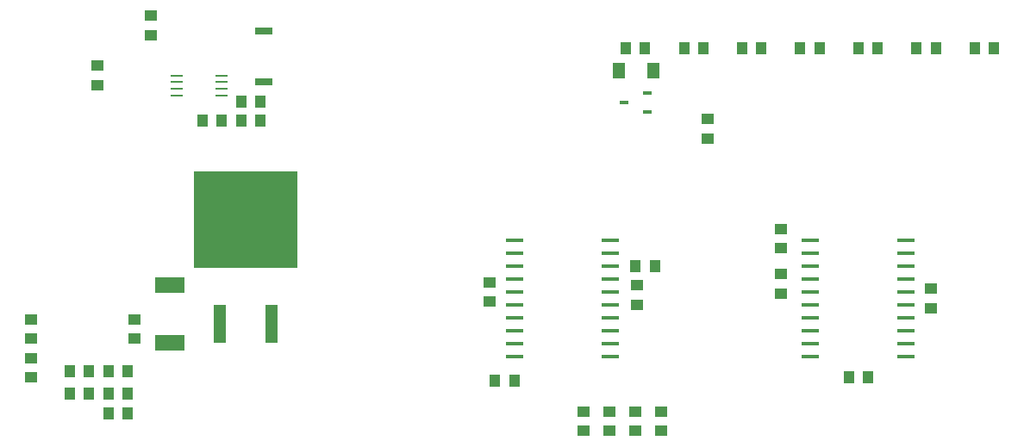
<source format=gbr>
G04 DipTrace 2.4.0.2*
%INTopPaste.gbr*%
%MOIN*%
%ADD58R,0.0471X0.0038*%
%ADD60R,0.0471X0.0077*%
%ADD62R,0.0707X0.0156*%
%ADD64R,0.118X0.0628*%
%ADD66R,0.4014X0.3739*%
%ADD68R,0.051X0.1475*%
%ADD70R,0.0333X0.0176*%
%ADD80R,0.0707X0.0313*%
%ADD90R,0.0471X0.0628*%
%ADD98R,0.0431X0.051*%
%ADD100R,0.051X0.0431*%
%FSLAX44Y44*%
G04*
G70*
G90*
G75*
G01*
%LNTopPaste*%
%LPD*%
D100*
X50753Y11628D3*
Y12376D3*
X45065Y12503D3*
Y11755D3*
D98*
X58940Y8815D3*
X59688D3*
D100*
X62128Y12253D3*
Y11505D3*
X31943Y22816D3*
Y22068D3*
X29880Y20128D3*
Y20876D3*
X31315Y11063D3*
Y10315D3*
D98*
X31065Y8190D3*
X30317D3*
D90*
X51378Y20690D3*
X50039D3*
D80*
X36318Y20253D3*
Y22222D3*
D70*
X51146Y19082D3*
Y19830D3*
X50241Y19456D3*
D68*
X34630Y10877D3*
X36631D3*
D66*
X35630Y14932D3*
D98*
X46002Y8689D3*
X45254D3*
X57065Y21565D3*
X57813D3*
X59315D3*
X60063D3*
X61565D3*
X62313D3*
X63815D3*
X64563D3*
X54815D3*
X55563D3*
D100*
X56315Y13815D3*
Y14563D3*
D98*
X51439Y13127D3*
X50691D3*
D100*
X56315Y12815D3*
Y12067D3*
D98*
X50315Y21565D3*
X51063D3*
D100*
X53478Y18065D3*
Y18813D3*
D98*
X36188Y18753D3*
X35440D3*
Y19503D3*
X36188D3*
X34688Y18753D3*
X33940D3*
D100*
X27315Y11065D3*
Y10317D3*
D98*
X31065Y9065D3*
X30317D3*
D100*
X27315Y9565D3*
Y8817D3*
D98*
X29565Y9065D3*
X28817D3*
X29565Y8190D3*
X28817D3*
D64*
X32693Y12377D3*
Y10173D3*
D98*
X31065Y7440D3*
X30317D3*
X53315Y21565D3*
X52567D3*
D100*
X51690Y6753D3*
Y7501D3*
X50690Y6753D3*
Y7501D3*
X49690Y6753D3*
Y7501D3*
X48690Y6753D3*
Y7501D3*
D62*
X46003Y14126D3*
Y13626D3*
Y13126D3*
Y12626D3*
Y12126D3*
Y11626D3*
Y11126D3*
Y10626D3*
Y10126D3*
Y9626D3*
X49703D3*
Y10126D3*
Y10626D3*
Y11126D3*
Y11626D3*
Y12126D3*
Y12626D3*
Y13126D3*
Y13626D3*
Y14126D3*
X57440Y14128D3*
Y13628D3*
Y13128D3*
Y12628D3*
Y12128D3*
Y11628D3*
Y11128D3*
Y10628D3*
Y10128D3*
Y9628D3*
X61141D3*
Y10128D3*
Y10628D3*
Y11128D3*
Y11628D3*
Y12128D3*
Y12628D3*
Y13128D3*
Y13628D3*
Y14128D3*
D60*
X32944Y20507D3*
Y20251D3*
Y19995D3*
Y19739D3*
X34676D3*
Y19995D3*
Y20251D3*
Y20507D3*
D58*
X28694Y11069D3*
Y10872D3*
Y10675D3*
Y10478D3*
Y10281D3*
X30426D3*
Y10478D3*
Y10675D3*
Y10872D3*
Y11069D3*
M02*

</source>
